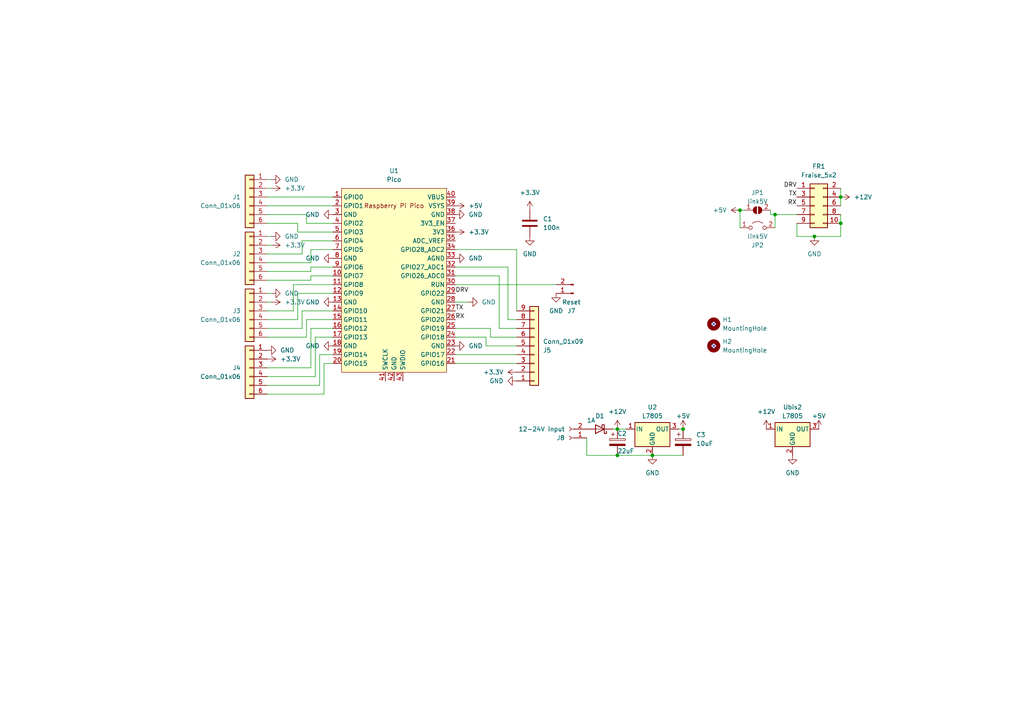
<source format=kicad_sch>
(kicad_sch (version 20230121) (generator eeschema)
  (paper "A4")
  (lib_symbols
    (symbol "Connector:Conn_01x02_Pin" (pin_names (offset 1.016) hide)
      (property "Reference" "J" (at 0 2.54 0))
      (property "Value" "Conn_01x02_Pin" (at 0 -5.08 0))
      (symbol "Conn_01x02_Pin_1_1"
        (polyline (pts (xy 1.27 -2.54) (xy 0.8636 -2.54)) (stroke (width 0.1524)))
        (polyline (pts (xy 1.27 0) (xy 0.8636 0)) (stroke (width 0.1524)))
        (rectangle (start 0.8636 -2.413) (end 0 -2.667) (stroke (width 0.1524)) (fill (type outline)))
        (rectangle (start 0.8636 0.127) (end 0 -0.127) (stroke (width 0.1524)) (fill (type outline)))
        (pin passive line (at 5.08 0 180) (length 3.81) (name "Pin_1") (number "1"))
        (pin passive line (at 5.08 -2.54 180) (length 3.81) (name "Pin_2") (number "2"))
      )
    )
    (symbol "Connector:Conn_01x02_Socket" (pin_names (offset 1.016) hide)
      (property "Reference" "J" (at 0 2.54 0))
      (property "Value" "Conn_01x02_Socket" (at 0 -5.08 0))
      (symbol "Conn_01x02_Socket_1_1"
        (arc (start 0 -2.032) (mid -0.5058 -2.54) (end 0 -3.048) (stroke (width 0.1524)))
        (polyline (pts (xy -1.27 -2.54) (xy -0.508 -2.54)) (stroke (width 0.1524)))
        (polyline (pts (xy -1.27 0) (xy -0.508 0)) (stroke (width 0.1524)))
        (arc (start 0 0.508) (mid -0.5058 0) (end 0 -0.508) (stroke (width 0.1524)))
        (pin passive line (at -5.08 0 0) (length 3.81) (name "Pin_1") (number "1"))
        (pin passive line (at -5.08 -2.54 0) (length 3.81) (name "Pin_2") (number "2"))
      )
    )
    (symbol "Connector_Generic:Conn_01x06" (pin_names (offset 1.016) hide)
      (property "Reference" "J" (at 0 7.62 0))
      (property "Value" "Conn_01x06" (at 0 -10.16 0))
      (symbol "Conn_01x06_1_1"
        (rectangle (start -1.27 -7.493) (end 0 -7.747) (stroke (width 0.1524)))
        (rectangle (start -1.27 -4.953) (end 0 -5.207) (stroke (width 0.1524)))
        (rectangle (start -1.27 -2.413) (end 0 -2.667) (stroke (width 0.1524)))
        (rectangle (start -1.27 0.127) (end 0 -0.127) (stroke (width 0.1524)))
        (rectangle (start -1.27 2.667) (end 0 2.413) (stroke (width 0.1524)))
        (rectangle (start -1.27 5.207) (end 0 4.953) (stroke (width 0.1524)))
        (rectangle (start -1.27 6.35) (end 1.27 -8.89) (stroke (width 0.254)) (fill (type background)))
        (pin passive line (at -5.08 5.08 0) (length 3.81) (name "Pin_1") (number "1"))
        (pin passive line (at -5.08 2.54 0) (length 3.81) (name "Pin_2") (number "2"))
        (pin passive line (at -5.08 0 0) (length 3.81) (name "Pin_3") (number "3"))
        (pin passive line (at -5.08 -2.54 0) (length 3.81) (name "Pin_4") (number "4"))
        (pin passive line (at -5.08 -5.08 0) (length 3.81) (name "Pin_5") (number "5"))
        (pin passive line (at -5.08 -7.62 0) (length 3.81) (name "Pin_6") (number "6"))
      )
    )
    (symbol "Connector_Generic:Conn_01x09" (pin_names (offset 1.016) hide)
      (property "Reference" "J" (at 0 12.7 0))
      (property "Value" "Conn_01x09" (at 0 -12.7 0))
      (symbol "Conn_01x09_1_1"
        (rectangle (start -1.27 -10.033) (end 0 -10.287) (stroke (width 0.1524)))
        (rectangle (start -1.27 -7.493) (end 0 -7.747) (stroke (width 0.1524)))
        (rectangle (start -1.27 -4.953) (end 0 -5.207) (stroke (width 0.1524)))
        (rectangle (start -1.27 -2.413) (end 0 -2.667) (stroke (width 0.1524)))
        (rectangle (start -1.27 0.127) (end 0 -0.127) (stroke (width 0.1524)))
        (rectangle (start -1.27 2.667) (end 0 2.413) (stroke (width 0.1524)))
        (rectangle (start -1.27 5.207) (end 0 4.953) (stroke (width 0.1524)))
        (rectangle (start -1.27 7.747) (end 0 7.493) (stroke (width 0.1524)))
        (rectangle (start -1.27 10.287) (end 0 10.033) (stroke (width 0.1524)))
        (rectangle (start -1.27 11.43) (end 1.27 -11.43) (stroke (width 0.254)) (fill (type background)))
        (pin passive line (at -5.08 10.16 0) (length 3.81) (name "Pin_1") (number "1"))
        (pin passive line (at -5.08 7.62 0) (length 3.81) (name "Pin_2") (number "2"))
        (pin passive line (at -5.08 5.08 0) (length 3.81) (name "Pin_3") (number "3"))
        (pin passive line (at -5.08 2.54 0) (length 3.81) (name "Pin_4") (number "4"))
        (pin passive line (at -5.08 0 0) (length 3.81) (name "Pin_5") (number "5"))
        (pin passive line (at -5.08 -2.54 0) (length 3.81) (name "Pin_6") (number "6"))
        (pin passive line (at -5.08 -5.08 0) (length 3.81) (name "Pin_7") (number "7"))
        (pin passive line (at -5.08 -7.62 0) (length 3.81) (name "Pin_8") (number "8"))
        (pin passive line (at -5.08 -10.16 0) (length 3.81) (name "Pin_9") (number "9"))
      )
    )
    (symbol "Connector_Generic:Conn_02x05_Odd_Even" (pin_names (offset 1.016) hide)
      (property "Reference" "J" (at 1.27 7.62 0))
      (property "Value" "Conn_02x05_Odd_Even" (at 1.27 -7.62 0))
      (symbol "Conn_02x05_Odd_Even_1_1"
        (rectangle (start -1.27 -4.953) (end 0 -5.207) (stroke (width 0.1524)))
        (rectangle (start -1.27 -2.413) (end 0 -2.667) (stroke (width 0.1524)))
        (rectangle (start -1.27 0.127) (end 0 -0.127) (stroke (width 0.1524)))
        (rectangle (start -1.27 2.667) (end 0 2.413) (stroke (width 0.1524)))
        (rectangle (start -1.27 5.207) (end 0 4.953) (stroke (width 0.1524)))
        (rectangle (start -1.27 6.35) (end 3.81 -6.35) (stroke (width 0.254)) (fill (type background)))
        (rectangle (start 3.81 -4.953) (end 2.54 -5.207) (stroke (width 0.1524)))
        (rectangle (start 3.81 -2.413) (end 2.54 -2.667) (stroke (width 0.1524)))
        (rectangle (start 3.81 0.127) (end 2.54 -0.127) (stroke (width 0.1524)))
        (rectangle (start 3.81 2.667) (end 2.54 2.413) (stroke (width 0.1524)))
        (rectangle (start 3.81 5.207) (end 2.54 4.953) (stroke (width 0.1524)))
        (pin passive line (at -5.08 5.08 0) (length 3.81) (name "Pin_1") (number "1"))
        (pin passive line (at 7.62 -5.08 180) (length 3.81) (name "Pin_10") (number "10"))
        (pin passive line (at 7.62 5.08 180) (length 3.81) (name "Pin_2") (number "2"))
        (pin passive line (at -5.08 2.54 0) (length 3.81) (name "Pin_3") (number "3"))
        (pin passive line (at 7.62 2.54 180) (length 3.81) (name "Pin_4") (number "4"))
        (pin passive line (at -5.08 0 0) (length 3.81) (name "Pin_5") (number "5"))
        (pin passive line (at 7.62 0 180) (length 3.81) (name "Pin_6") (number "6"))
        (pin passive line (at -5.08 -2.54 0) (length 3.81) (name "Pin_7") (number "7"))
        (pin passive line (at 7.62 -2.54 180) (length 3.81) (name "Pin_8") (number "8"))
        (pin passive line (at -5.08 -5.08 0) (length 3.81) (name "Pin_9") (number "9"))
      )
    )
    (symbol "Device:C" (pin_numbers hide) (pin_names (offset 0.254))
      (property "Reference" "C" (at 0.635 2.54 0))
      (property "Value" "C" (at 0.635 -2.54 0))
      (symbol "C_0_1"
        (polyline (pts (xy -2.032 -0.762) (xy 2.032 -0.762)) (stroke (width 0.508)))
        (polyline (pts (xy -2.032 0.762) (xy 2.032 0.762)) (stroke (width 0.508)))
      )
      (symbol "C_1_1"
        (pin passive line (at 0 3.81 270) (length 2.794) (name "~") (number "1"))
        (pin passive line (at 0 -3.81 90) (length 2.794) (name "~") (number "2"))
      )
    )
    (symbol "Device:C_Polarized" (pin_numbers hide) (pin_names (offset 0.254))
      (property "Reference" "C" (at 0.635 2.54 0))
      (property "Value" "C_Polarized" (at 0.635 -2.54 0))
      (symbol "C_Polarized_0_1"
        (rectangle (start -2.286 0.508) (end 2.286 1.016))
        (polyline (pts (xy -1.778 2.286) (xy -0.762 2.286)))
        (polyline (pts (xy -1.27 2.794) (xy -1.27 1.778)))
        (rectangle (start 2.286 -0.508) (end -2.286 -1.016) (fill (type outline)))
      )
      (symbol "C_Polarized_1_1"
        (pin passive line (at 0 3.81 270) (length 2.794) (name "~") (number "1"))
        (pin passive line (at 0 -3.81 90) (length 2.794) (name "~") (number "2"))
      )
    )
    (symbol "Device:D_Schottky" (pin_numbers hide) (pin_names (offset 1.016) hide)
      (property "Reference" "D" (at 0 2.54 0))
      (property "Value" "D_Schottky" (at 0 -2.54 0))
      (symbol "D_Schottky_0_1"
        (polyline (pts (xy 1.27 0) (xy -1.27 0)))
        (polyline (pts (xy 1.27 1.27) (xy 1.27 -1.27) (xy -1.27 0) (xy 1.27 1.27)) (stroke (width 0.254)))
        (polyline (pts (xy -1.905 0.635) (xy -1.905 1.27) (xy -1.27 1.27) (xy -1.27 -1.27) (xy -0.635 -1.27) (xy -0.635 -0.635)) (stroke (width 0.254)))
      )
      (symbol "D_Schottky_1_1"
        (pin passive line (at -3.81 0 0) (length 2.54) (name "K") (number "1"))
        (pin passive line (at 3.81 0 180) (length 2.54) (name "A") (number "2"))
      )
    )
    (symbol "Jumper:Jumper_2_Open" (pin_names (offset 0) hide)
      (property "Reference" "JP" (at 0 2.794 0))
      (property "Value" "Jumper_2_Open" (at 0 -2.286 0))
      (symbol "Jumper_2_Open_0_0"
        (circle (center -2.032 0) (radius 0.508))
        (circle (center 2.032 0) (radius 0.508))
      )
      (symbol "Jumper_2_Open_0_1"
        (arc (start 1.524 1.27) (mid 0 1.778) (end -1.524 1.27))
      )
      (symbol "Jumper_2_Open_1_1"
        (pin passive line (at -5.08 0 0) (length 2.54) (name "A") (number "1"))
        (pin passive line (at 5.08 0 180) (length 2.54) (name "B") (number "2"))
      )
    )
    (symbol "Jumper:SolderJumper_2_Open" (pin_names (offset 0) hide)
      (property "Reference" "JP" (at 0 2.032 0))
      (property "Value" "SolderJumper_2_Open" (at 0 -2.54 0))
      (symbol "SolderJumper_2_Open_0_1"
        (arc (start -0.254 1.016) (mid -1.2656 0) (end -0.254 -1.016))
        (arc (start -0.254 1.016) (mid -1.2656 0) (end -0.254 -1.016) (fill (type outline)))
        (polyline (pts (xy -0.254 1.016) (xy -0.254 -1.016)))
        (polyline (pts (xy 0.254 1.016) (xy 0.254 -1.016)))
        (arc (start 0.254 -1.016) (mid 1.2656 0) (end 0.254 1.016))
        (arc (start 0.254 -1.016) (mid 1.2656 0) (end 0.254 1.016) (fill (type outline)))
      )
      (symbol "SolderJumper_2_Open_1_1"
        (pin passive line (at -3.81 0 0) (length 2.54) (name "A") (number "1"))
        (pin passive line (at 3.81 0 180) (length 2.54) (name "B") (number "2"))
      )
    )
    (symbol "MCU_RaspberryPi_and_Boards:Pico"
      (property "Reference" "U" (at -13.97 27.94 0))
      (property "Value" "Pico" (at 0 19.05 0))
      (symbol "Pico_0_0"
        (text "Raspberry Pi Pico" (at 0 21.59 0) (effects (font (size 1.27 1.27))))
      )
      (symbol "Pico_0_1"
        (rectangle (start -15.24 26.67) (end 15.24 -26.67) (fill (type background)))
      )
      (symbol "Pico_1_1"
        (pin bidirectional line (at -17.78 24.13 0) (length 2.54) (name "GPIO0") (number "1"))
        (pin bidirectional line (at -17.78 1.27 0) (length 2.54) (name "GPIO7") (number "10"))
        (pin bidirectional line (at -17.78 -1.27 0) (length 2.54) (name "GPIO8") (number "11"))
        (pin bidirectional line (at -17.78 -3.81 0) (length 2.54) (name "GPIO9") (number "12"))
        (pin power_in line (at -17.78 -6.35 0) (length 2.54) (name "GND") (number "13"))
        (pin bidirectional line (at -17.78 -8.89 0) (length 2.54) (name "GPIO10") (number "14"))
        (pin bidirectional line (at -17.78 -11.43 0) (length 2.54) (name "GPIO11") (number "15"))
        (pin bidirectional line (at -17.78 -13.97 0) (length 2.54) (name "GPIO12") (number "16"))
        (pin bidirectional line (at -17.78 -16.51 0) (length 2.54) (name "GPIO13") (number "17"))
        (pin power_in line (at -17.78 -19.05 0) (length 2.54) (name "GND") (number "18"))
        (pin bidirectional line (at -17.78 -21.59 0) (length 2.54) (name "GPIO14") (number "19"))
        (pin bidirectional line (at -17.78 21.59 0) (length 2.54) (name "GPIO1") (number "2"))
        (pin bidirectional line (at -17.78 -24.13 0) (length 2.54) (name "GPIO15") (number "20"))
        (pin bidirectional line (at 17.78 -24.13 180) (length 2.54) (name "GPIO16") (number "21"))
        (pin bidirectional line (at 17.78 -21.59 180) (length 2.54) (name "GPIO17") (number "22"))
        (pin power_in line (at 17.78 -19.05 180) (length 2.54) (name "GND") (number "23"))
        (pin bidirectional line (at 17.78 -16.51 180) (length 2.54) (name "GPIO18") (number "24"))
        (pin bidirectional line (at 17.78 -13.97 180) (length 2.54) (name "GPIO19") (number "25"))
        (pin bidirectional line (at 17.78 -11.43 180) (length 2.54) (name "GPIO20") (number "26"))
        (pin bidirectional line (at 17.78 -8.89 180) (length 2.54) (name "GPIO21") (number "27"))
        (pin power_in line (at 17.78 -6.35 180) (length 2.54) (name "GND") (number "28"))
        (pin bidirectional line (at 17.78 -3.81 180) (length 2.54) (name "GPIO22") (number "29"))
        (pin power_in line (at -17.78 19.05 0) (length 2.54) (name "GND") (number "3"))
        (pin input line (at 17.78 -1.27 180) (length 2.54) (name "RUN") (number "30"))
        (pin bidirectional line (at 17.78 1.27 180) (length 2.54) (name "GPIO26_ADC0") (number "31"))
        (pin bidirectional line (at 17.78 3.81 180) (length 2.54) (name "GPIO27_ADC1") (number "32"))
        (pin power_in line (at 17.78 6.35 180) (length 2.54) (name "AGND") (number "33"))
        (pin bidirectional line (at 17.78 8.89 180) (length 2.54) (name "GPIO28_ADC2") (number "34"))
        (pin power_in line (at 17.78 11.43 180) (length 2.54) (name "ADC_VREF") (number "35"))
        (pin power_in line (at 17.78 13.97 180) (length 2.54) (name "3V3") (number "36"))
        (pin input line (at 17.78 16.51 180) (length 2.54) (name "3V3_EN") (number "37"))
        (pin bidirectional line (at 17.78 19.05 180) (length 2.54) (name "GND") (number "38"))
        (pin power_in line (at 17.78 21.59 180) (length 2.54) (name "VSYS") (number "39"))
        (pin bidirectional line (at -17.78 16.51 0) (length 2.54) (name "GPIO2") (number "4"))
        (pin power_in line (at 17.78 24.13 180) (length 2.54) (name "VBUS") (number "40"))
        (pin input line (at -2.54 -29.21 90) (length 2.54) (name "SWCLK") (number "41"))
        (pin power_in line (at 0 -29.21 90) (length 2.54) (name "GND") (number "42"))
        (pin bidirectional line (at 2.54 -29.21 90) (length 2.54) (name "SWDIO") (number "43"))
        (pin bidirectional line (at -17.78 13.97 0) (length 2.54) (name "GPIO3") (number "5"))
        (pin bidirectional line (at -17.78 11.43 0) (length 2.54) (name "GPIO4") (number "6"))
        (pin bidirectional line (at -17.78 8.89 0) (length 2.54) (name "GPIO5") (number "7"))
        (pin power_in line (at -17.78 6.35 0) (length 2.54) (name "GND") (number "8"))
        (pin bidirectional line (at -17.78 3.81 0) (length 2.54) (name "GPIO6") (number "9"))
      )
    )
    (symbol "Mechanical:MountingHole" (pin_names (offset 1.016))
      (property "Reference" "H" (at 0 5.08 0))
      (property "Value" "MountingHole" (at 0 3.175 0))
      (symbol "MountingHole_0_1"
        (circle (center 0 0) (radius 1.27) (stroke (width 1.27)))
      )
    )
    (symbol "Regulator_Linear:L7805" (pin_names (offset 0.254))
      (property "Reference" "U" (at -3.81 3.175 0))
      (property "Value" "L7805" (at 0 3.175 0))
      (symbol "L7805_0_1"
        (rectangle (start -5.08 1.905) (end 5.08 -5.08) (stroke (width 0.254)) (fill (type background)))
      )
      (symbol "L7805_1_1"
        (pin power_in line (at -7.62 0 0) (length 2.54) (name "IN") (number "1"))
        (pin power_in line (at 0 -7.62 90) (length 2.54) (name "GND") (number "2"))
        (pin power_out line (at 7.62 0 180) (length 2.54) (name "OUT") (number "3"))
      )
    )
    (symbol "power:+12V" (power) (pin_names (offset 0))
      (property "Value" "+12V" (at 0 3.556 0))
      (symbol "+12V_0_1"
        (polyline (pts (xy -0.762 1.27) (xy 0 2.54)))
        (polyline (pts (xy 0 0) (xy 0 2.54)))
        (polyline (pts (xy 0 2.54) (xy 0.762 1.27)))
      )
      (symbol "+12V_1_1"
        (pin power_in line (at 0 0 90) (length 0) hide (name "+12V") (number "1"))
      )
    )
    (symbol "power:+3.3V" (power) (pin_names (offset 0))
      (property "Value" "+3.3V" (at 0 3.556 0))
      (symbol "+3.3V_0_1"
        (polyline (pts (xy -0.762 1.27) (xy 0 2.54)))
        (polyline (pts (xy 0 0) (xy 0 2.54)))
        (polyline (pts (xy 0 2.54) (xy 0.762 1.27)))
      )
      (symbol "+3.3V_1_1"
        (pin power_in line (at 0 0 90) (length 0) hide (name "+3.3V") (number "1"))
      )
    )
    (symbol "power:+5V" (power) (pin_names (offset 0))
      (property "Value" "+5V" (at 0 3.556 0))
      (symbol "+5V_0_1"
        (polyline (pts (xy -0.762 1.27) (xy 0 2.54)))
        (polyline (pts (xy 0 0) (xy 0 2.54)))
        (polyline (pts (xy 0 2.54) (xy 0.762 1.27)))
      )
      (symbol "+5V_1_1"
        (pin power_in line (at 0 0 90) (length 0) hide (name "+5V") (number "1"))
      )
    )
    (symbol "power:GND" (power) (pin_names (offset 0))
      (property "Value" "GND" (at 0 -3.81 0))
      (symbol "GND_0_1"
        (polyline (pts (xy 0 0) (xy 0 -1.27) (xy 1.27 -1.27) (xy 0 -2.54) (xy -1.27 -1.27) (xy 0 -1.27)))
      )
      (symbol "GND_1_1"
        (pin power_in line (at 0 0 270) (length 0) hide (name "GND") (number "1"))
      )
    )
  )
  (junction (at 224.79 62.23))
  (junction (at 236.22 68.58))
  (junction (at 179.07 132.08))
  (junction (at 179.07 124.46))
  (junction (at 243.84 64.77))
  (junction (at 198.12 124.46))
  (junction (at 214.63 60.96))
  (junction (at 189.23 132.08))
  (junction (at 243.84 57.15))
  (no_connect (at 207.01 100.33))
  (no_connect (at 207.01 93.98))
  (wire (pts (xy 96.52 69.85) (xy 87.63 69.85)))
  (wire (pts (xy 77.47 57.15) (xy 96.52 57.15)))
  (wire (pts (xy 87.63 90.17) (xy 87.63 95.25)))
  (wire (pts (xy 77.47 52.07) (xy 78.74 52.07)))
  (wire (pts (xy 215.9 60.96) (xy 214.63 60.96)))
  (wire (pts (xy 90.17 78.74) (xy 77.47 78.74)))
  (wire (pts (xy 140.97 100.33) (xy 149.86 100.33)))
  (wire (pts (xy 231.14 64.77) (xy 231.14 68.58)))
  (wire (pts (xy 90.17 95.25) (xy 90.17 106.68)))
  (wire (pts (xy 179.07 132.08) (xy 189.23 132.08)))
  (wire (pts (xy 92.71 111.76) (xy 77.47 111.76)))
  (wire (pts (xy 96.52 105.41) (xy 93.98 105.41)))
  (wire (pts (xy 140.97 97.79) (xy 140.97 100.33)))
  (wire (pts (xy 88.9 92.71) (xy 96.52 92.71)))
  (wire (pts (xy 96.52 97.79) (xy 91.44 97.79)))
  (wire (pts (xy 90.17 72.39) (xy 96.52 72.39)))
  (wire (pts (xy 223.52 62.23) (xy 224.79 62.23)))
  (wire (pts (xy 96.52 82.55) (xy 85.09 82.55)))
  (wire (pts (xy 224.79 66.04) (xy 224.79 62.23)))
  (wire (pts (xy 77.47 54.61) (xy 78.74 54.61)))
  (wire (pts (xy 132.08 102.87) (xy 149.86 102.87)))
  (wire (pts (xy 87.63 95.25) (xy 77.47 95.25)))
  (wire (pts (xy 91.44 97.79) (xy 91.44 109.22)))
  (wire (pts (xy 132.08 105.41) (xy 149.86 105.41)))
  (wire (pts (xy 142.24 97.79) (xy 149.86 97.79)))
  (wire (pts (xy 179.07 124.46) (xy 181.61 124.46)))
  (wire (pts (xy 132.08 97.79) (xy 140.97 97.79)))
  (wire (pts (xy 243.84 68.58) (xy 243.84 64.77)))
  (wire (pts (xy 93.98 105.41) (xy 93.98 114.3)))
  (wire (pts (xy 144.78 95.25) (xy 149.86 95.25)))
  (wire (pts (xy 177.8 124.46) (xy 179.07 124.46)))
  (wire (pts (xy 231.14 68.58) (xy 236.22 68.58)))
  (wire (pts (xy 170.18 132.08) (xy 179.07 132.08)))
  (wire (pts (xy 90.17 76.2) (xy 90.17 72.39)))
  (wire (pts (xy 92.71 102.87) (xy 92.71 111.76)))
  (wire (pts (xy 93.98 114.3) (xy 77.47 114.3)))
  (wire (pts (xy 142.24 95.25) (xy 142.24 97.79)))
  (wire (pts (xy 86.36 92.71) (xy 77.47 92.71)))
  (wire (pts (xy 91.44 109.22) (xy 77.47 109.22)))
  (wire (pts (xy 90.17 81.28) (xy 77.47 81.28)))
  (wire (pts (xy 90.17 80.01) (xy 90.17 81.28)))
  (wire (pts (xy 243.84 54.61) (xy 243.84 57.15)))
  (wire (pts (xy 77.47 71.12) (xy 78.74 71.12)))
  (wire (pts (xy 243.84 57.15) (xy 243.84 59.69)))
  (wire (pts (xy 132.08 72.39) (xy 149.86 72.39)))
  (wire (pts (xy 149.86 72.39) (xy 149.86 90.17)))
  (wire (pts (xy 88.9 97.79) (xy 88.9 92.71)))
  (wire (pts (xy 88.9 62.23) (xy 88.9 64.77)))
  (wire (pts (xy 144.78 80.01) (xy 144.78 95.25)))
  (wire (pts (xy 96.52 80.01) (xy 90.17 80.01)))
  (wire (pts (xy 132.08 80.01) (xy 144.78 80.01)))
  (wire (pts (xy 77.47 62.23) (xy 88.9 62.23)))
  (wire (pts (xy 196.85 124.46) (xy 198.12 124.46)))
  (wire (pts (xy 77.47 97.79) (xy 88.9 97.79)))
  (wire (pts (xy 77.47 68.58) (xy 78.74 68.58)))
  (wire (pts (xy 77.47 85.09) (xy 78.74 85.09)))
  (wire (pts (xy 86.36 67.31) (xy 86.36 64.77)))
  (wire (pts (xy 243.84 62.23) (xy 243.84 64.77)))
  (wire (pts (xy 96.52 90.17) (xy 87.63 90.17)))
  (wire (pts (xy 86.36 64.77) (xy 77.47 64.77)))
  (wire (pts (xy 77.47 87.63) (xy 78.74 87.63)))
  (wire (pts (xy 147.32 92.71) (xy 147.32 77.47)))
  (wire (pts (xy 77.47 76.2) (xy 90.17 76.2)))
  (wire (pts (xy 214.63 60.96) (xy 214.63 66.04)))
  (wire (pts (xy 86.36 85.09) (xy 86.36 92.71)))
  (wire (pts (xy 189.23 132.08) (xy 198.12 132.08)))
  (wire (pts (xy 96.52 77.47) (xy 90.17 77.47)))
  (wire (pts (xy 87.63 73.66) (xy 77.47 73.66)))
  (wire (pts (xy 77.47 59.69) (xy 96.52 59.69)))
  (wire (pts (xy 90.17 106.68) (xy 77.47 106.68)))
  (wire (pts (xy 87.63 69.85) (xy 87.63 73.66)))
  (wire (pts (xy 132.08 95.25) (xy 142.24 95.25)))
  (wire (pts (xy 223.52 62.23) (xy 223.52 60.96)))
  (wire (pts (xy 96.52 85.09) (xy 86.36 85.09)))
  (wire (pts (xy 147.32 77.47) (xy 132.08 77.47)))
  (wire (pts (xy 224.79 62.23) (xy 231.14 62.23)))
  (wire (pts (xy 96.52 95.25) (xy 90.17 95.25)))
  (wire (pts (xy 90.17 77.47) (xy 90.17 78.74)))
  (wire (pts (xy 88.9 64.77) (xy 96.52 64.77)))
  (wire (pts (xy 85.09 90.17) (xy 77.47 90.17)))
  (wire (pts (xy 96.52 67.31) (xy 86.36 67.31)))
  (wire (pts (xy 135.89 87.63) (xy 132.08 87.63)))
  (wire (pts (xy 96.52 102.87) (xy 92.71 102.87)))
  (wire (pts (xy 149.86 92.71) (xy 147.32 92.71)))
  (wire (pts (xy 236.22 68.58) (xy 243.84 68.58)))
  (wire (pts (xy 170.18 127) (xy 170.18 132.08)))
  (wire (pts (xy 85.09 82.55) (xy 85.09 90.17)))
  (wire (pts (xy 132.08 82.55) (xy 161.29 82.55)))
  (label "RX" (at 231.14 59.69 180))
  (label "RX" (at 132.08 92.71 0))
  (label "TX" (at 231.14 57.15 180))
  (label "TX" (at 132.08 90.17 0))
  (label "DRV" (at 231.14 54.61 180))
  (label "DRV" (at 132.08 85.09 0))
  (symbol (lib_id "Device:C_Polarized") (at 179.07 128.27 0) (unit 1)
    (property "Reference" "C2" (at 179.07 125.73 0) (effects (justify left)))
    (property "Value" "22uF" (at 179.07 130.81 0) (effects (justify left)))
    (property "Footprint" "Capacitor_THT:CP_Radial_D5.0mm_P2.50mm" (effects hide))
  )
  (symbol (lib_id "power:+5V") (at 214.63 60.96 90) (unit 1)
    (property "Reference" "#PWR029" (effects hide))
    (property "Value" "+5V" (at 210.82 60.96 90) (effects (justify left)))
  )
  (symbol (lib_id "power:+12V") (at 179.07 124.46 0) (unit 1)
    (property "Reference" "#PWR025" (effects hide))
    (property "Value" "+12V" (at 179.07 119.38 0))
  )
  (symbol (lib_id "power:GND") (at 161.29 85.09 0) (unit 1)
    (property "Reference" "#PWR023" (effects hide))
    (property "Value" "GND" (at 161.29 90.17 0))
  )
  (symbol (lib_id "Connector_Generic:Conn_01x06") (at 72.39 57.15 0) (mirror y) (unit 1)
    (property "Reference" "J1" (at 69.85 57.15 0) (effects (justify left)))
    (property "Value" "Conn_01x06" (at 69.85 59.69 0) (effects (justify left)))
    (property "Footprint" "Connector_Molex:Molex_KK-254_AE-6410-06A_1x06_P2.54mm_Vertical" (effects hide))
  )
  (symbol (lib_id "power:GND") (at 229.87 132.08 0) (unit 1)
    (property "Reference" "#PWR031" (effects hide))
    (property "Value" "GND" (at 229.87 137.16 0))
  )
  (symbol (lib_id "power:+5V") (at 132.08 59.69 270) (unit 1)
    (property "Reference" "#PWR016" (effects hide))
    (property "Value" "+5V" (at 135.89 59.69 90) (effects (justify left)))
  )
  (symbol (lib_id "Connector_Generic:Conn_01x06") (at 72.39 106.68 0) (mirror y) (unit 1)
    (property "Reference" "J4" (at 69.85 106.68 0) (effects (justify left)))
    (property "Value" "Conn_01x06" (at 69.85 109.22 0) (effects (justify left)))
    (property "Footprint" "Connector_Molex:Molex_KK-254_AE-6410-06A_1x06_P2.54mm_Vertical" (effects hide))
  )
  (symbol (lib_id "Connector:Conn_01x02_Socket") (at 165.1 127 180) (unit 1)
    (property "Reference" "J8" (at 163.83 127 0) (effects (justify left)))
    (property "Value" "12-24V input" (at 163.83 124.46 0) (effects (justify left)))
    (property "Footprint" "TerminalBlock:TerminalBlock_bornier-2_P5.08mm" (effects hide))
  )
  (symbol (lib_id "power:GND") (at 132.08 100.33 90) (unit 1)
    (property "Reference" "#PWR014" (effects hide))
    (property "Value" "GND" (at 135.89 100.33 90) (effects (justify right)))
  )
  (symbol (lib_id "power:GND") (at 189.23 132.08 0) (unit 1)
    (property "Reference" "#PWR024" (effects hide))
    (property "Value" "GND" (at 189.23 137.16 0))
  )
  (symbol (lib_id "Regulator_Linear:L7805") (at 229.87 124.46 0) (unit 1)
    (property "Reference" "Ubis2" (at 229.87 118.11 0))
    (property "Value" "L7805" (at 229.87 120.65 0))
    (property "Footprint" "Package_TO_SOT_SMD:TO-252-3_TabPin2" (effects hide))
    (property "Datasheet" "http://www.st.com/content/ccc/resource/technical/document/datasheet/41/4f/b3/b0/12/d4/47/88/CD00000444.pdf/files/CD00000444.pdf/jcr:content/translations/en.CD00000444.pdf" (effects hide))
  )
  (symbol (lib_id "power:+5V") (at 198.12 124.46 0) (unit 1)
    (property "Reference" "#PWR026" (effects hide))
    (property "Value" "+5V" (at 198.12 120.65 0))
  )
  (symbol (lib_id "power:+3.3V") (at 78.74 87.63 270) (unit 1)
    (property "Reference" "#PWR06" (effects hide))
    (property "Value" "+3.3V" (at 82.55 87.63 90) (effects (justify left)))
  )
  (symbol (lib_id "power:+3.3V") (at 149.86 107.95 90) (unit 1)
    (property "Reference" "#PWR020" (effects hide))
    (property "Value" "+3.3V" (at 146.05 107.95 90) (effects (justify left)))
  )
  (symbol (lib_id "power:GND") (at 132.08 74.93 90) (unit 1)
    (property "Reference" "#PWR012" (effects hide))
    (property "Value" "GND" (at 135.89 74.93 90) (effects (justify right)))
  )
  (symbol (lib_id "Mechanical:MountingHole") (at 207.01 100.33 0) (unit 1)
    (property "Reference" "H2" (at 209.55 99.06 0) (effects (justify left)))
    (property "Value" "MountingHole" (at 209.55 101.6 0) (effects (justify left)))
    (property "Footprint" "MountingHole:MountingHole_3.2mm_M3_Pad_TopOnly" (effects hide))
  )
  (symbol (lib_id "power:GND") (at 135.89 87.63 90) (unit 1)
    (property "Reference" "#PWR013" (effects hide))
    (property "Value" "GND" (at 139.7 87.63 90) (effects (justify right)))
  )
  (symbol (lib_id "power:GND") (at 78.74 85.09 90) (unit 1)
    (property "Reference" "#PWR05" (effects hide))
    (property "Value" "GND" (at 82.55 85.09 90) (effects (justify right)))
  )
  (symbol (lib_id "power:+3.3V") (at 78.74 71.12 270) (unit 1)
    (property "Reference" "#PWR04" (effects hide))
    (property "Value" "+3.3V" (at 82.55 71.12 90) (effects (justify left)))
  )
  (symbol (lib_id "power:GND") (at 78.74 52.07 90) (unit 1)
    (property "Reference" "#PWR01" (effects hide))
    (property "Value" "GND" (at 82.55 52.07 90) (effects (justify right)))
  )
  (symbol (lib_id "MCU_RaspberryPi_and_Boards:Pico") (at 114.3 81.28 0) (unit 1)
    (property "Reference" "U1" (at 114.3 49.53 0))
    (property "Value" "Pico" (at 114.3 52.07 0))
    (property "Footprint" "MCU_RaspberryPi_and_Boards:RPi_Pico_SMD_TH" (effects hide))
  )
  (symbol (lib_id "Device:C") (at 153.67 64.77 0) (unit 1)
    (property "Reference" "C1" (at 157.48 63.5 0) (effects (justify left)))
    (property "Value" "100n" (at 157.48 66.04 0) (effects (justify left)))
    (property "Footprint" "Capacitor_THT:C_Rect_L4.0mm_W2.5mm_P2.50mm" (effects hide))
  )
  (symbol (lib_id "Jumper:SolderJumper_2_Open") (at 219.71 60.96 0) (unit 1)
    (property "Reference" "JP1" (at 219.71 55.88 0))
    (property "Value" "link5V" (at 219.71 58.42 0))
    (property "Footprint" "Jumper:SolderJumper-2_P1.3mm_Open_RoundedPad1.0x1.5mm" (effects hide))
  )
  (symbol (lib_id "Connector_Generic:Conn_01x06") (at 72.39 73.66 0) (mirror y) (unit 1)
    (property "Reference" "J2" (at 69.85 73.66 0) (effects (justify left)))
    (property "Value" "Conn_01x06" (at 69.85 76.2 0) (effects (justify left)))
    (property "Footprint" "Connector_Molex:Molex_KK-254_AE-6410-06A_1x06_P2.54mm_Vertical" (effects hide))
  )
  (symbol (lib_id "power:GND") (at 96.52 100.33 270) (unit 1)
    (property "Reference" "#PWR010" (effects hide))
    (property "Value" "GND" (at 92.71 100.33 90) (effects (justify right)))
  )
  (symbol (lib_id "power:GND") (at 77.47 101.6 90) (unit 1)
    (property "Reference" "#PWR017" (effects hide))
    (property "Value" "GND" (at 81.28 101.6 90) (effects (justify right)))
  )
  (symbol (lib_id "power:+5V") (at 237.49 124.46 0) (unit 1)
    (property "Reference" "#PWR032" (effects hide))
    (property "Value" "+5V" (at 237.49 120.65 0))
  )
  (symbol (lib_id "Connector_Generic:Conn_02x05_Odd_Even") (at 236.22 59.69 0) (unit 1)
    (property "Reference" "FR1" (at 237.49 48.26 0))
    (property "Value" "Fraise_5x2" (at 237.49 50.8 0))
    (property "Footprint" "Connector_IDC:IDC-Header_2x05_P2.54mm_Vertical" (effects hide))
  )
  (symbol (lib_id "Regulator_Linear:L7805") (at 189.23 124.46 0) (unit 1)
    (property "Reference" "U2" (at 189.23 118.11 0))
    (property "Value" "L7805" (at 189.23 120.65 0))
    (property "Footprint" "Package_TO_SOT_THT:TO-220-3_Vertical" (effects hide))
    (property "Datasheet" "http://www.st.com/content/ccc/resource/technical/document/datasheet/41/4f/b3/b0/12/d4/47/88/CD00000444.pdf/files/CD00000444.pdf/jcr:content/translations/en.CD00000444.pdf" (effects hide))
  )
  (symbol (lib_id "power:GND") (at 149.86 110.49 270) (unit 1)
    (property "Reference" "#PWR019" (effects hide))
    (property "Value" "GND" (at 146.05 110.49 90) (effects (justify right)))
  )
  (symbol (lib_id "Mechanical:MountingHole") (at 207.01 93.98 0) (unit 1)
    (property "Reference" "H1" (at 209.55 92.71 0) (effects (justify left)))
    (property "Value" "MountingHole" (at 209.55 95.25 0) (effects (justify left)))
    (property "Footprint" "MountingHole:MountingHole_3.2mm_M3_Pad_TopOnly" (effects hide))
  )
  (symbol (lib_id "Device:C_Polarized") (at 198.12 128.27 0) (unit 1)
    (property "Reference" "C3" (at 201.93 126.111 0) (effects (justify left)))
    (property "Value" "10uF" (at 201.93 128.651 0) (effects (justify left)))
    (property "Footprint" "Capacitor_THT:CP_Radial_D5.0mm_P2.50mm" (effects hide))
  )
  (symbol (lib_id "power:GND") (at 96.52 74.93 270) (unit 1)
    (property "Reference" "#PWR08" (effects hide))
    (property "Value" "GND" (at 92.71 74.93 90) (effects (justify right)))
  )
  (symbol (lib_id "power:GND") (at 132.08 62.23 90) (unit 1)
    (property "Reference" "#PWR011" (effects hide))
    (property "Value" "GND" (at 135.89 62.23 90) (effects (justify right)))
  )
  (symbol (lib_id "power:+3.3V") (at 78.74 54.61 270) (unit 1)
    (property "Reference" "#PWR02" (effects hide))
    (property "Value" "+3.3V" (at 82.55 54.61 90) (effects (justify left)))
  )
  (symbol (lib_id "Connector_Generic:Conn_01x09") (at 154.94 100.33 0) (mirror x) (unit 1)
    (property "Reference" "J5" (at 157.48 101.6 0) (effects (justify left)))
    (property "Value" "Conn_01x09" (at 157.48 99.06 0) (effects (justify left)))
    (property "Footprint" "Connector_Molex:Molex_KK-254_AE-6410-09A_1x09_P2.54mm_Vertical" (effects hide))
  )
  (symbol (lib_id "power:GND") (at 153.67 68.58 0) (unit 1)
    (property "Reference" "#PWR022" (effects hide))
    (property "Value" "GND" (at 153.67 73.66 0))
  )
  (symbol (lib_id "power:GND") (at 236.22 68.58 0) (unit 1)
    (property "Reference" "#PWR028" (effects hide))
    (property "Value" "GND" (at 236.22 73.66 0))
  )
  (symbol (lib_id "power:+3.3V") (at 153.67 60.96 0) (unit 1)
    (property "Reference" "#PWR021" (effects hide))
    (property "Value" "+3.3V" (at 153.67 55.88 0))
  )
  (symbol (lib_id "Connector_Generic:Conn_01x06") (at 72.39 90.17 0) (mirror y) (unit 1)
    (property "Reference" "J3" (at 69.85 90.17 0) (effects (justify left)))
    (property "Value" "Conn_01x06" (at 69.85 92.71 0) (effects (justify left)))
    (property "Footprint" "Connector_Molex:Molex_KK-254_AE-6410-06A_1x06_P2.54mm_Vertical" (effects hide))
  )
  (symbol (lib_id "Device:D_Schottky") (at 173.99 124.46 180) (unit 1)
    (property "Reference" "D1" (at 173.99 120.65 0))
    (property "Value" "1A" (at 171.45 121.92 0))
    (property "Footprint" "Diode_SMD:D_SMA" (effects hide))
  )
  (symbol (lib_id "power:+12V") (at 222.25 124.46 0) (unit 1)
    (property "Reference" "#PWR030" (effects hide))
    (property "Value" "+12V" (at 222.25 119.38 0))
  )
  (symbol (lib_id "power:GND") (at 78.74 68.58 90) (unit 1)
    (property "Reference" "#PWR03" (effects hide))
    (property "Value" "GND" (at 82.55 68.58 90) (effects (justify right)))
  )
  (symbol (lib_id "power:GND") (at 96.52 87.63 270) (unit 1)
    (property "Reference" "#PWR09" (effects hide))
    (property "Value" "GND" (at 92.71 87.63 90) (effects (justify right)))
  )
  (symbol (lib_id "power:GND") (at 96.52 62.23 270) (unit 1)
    (property "Reference" "#PWR07" (effects hide))
    (property "Value" "GND" (at 92.71 62.23 90) (effects (justify right)))
  )
  (symbol (lib_id "power:+3.3V") (at 132.08 67.31 270) (unit 1)
    (property "Reference" "#PWR015" (effects hide))
    (property "Value" "+3.3V" (at 135.89 67.31 90) (effects (justify left)))
  )
  (symbol (lib_id "power:+3.3V") (at 77.47 104.14 270) (unit 1)
    (property "Reference" "#PWR018" (effects hide))
    (property "Value" "+3.3V" (at 81.28 104.14 90) (effects (justify left)))
  )
  (symbol (lib_id "Connector:Conn_01x02_Pin") (at 166.37 85.09 180) (unit 1)
    (property "Reference" "J7" (at 165.735 90.17 0))
    (property "Value" "Reset" (at 165.735 87.63 0))
    (property "Footprint" "Connector_PinHeader_2.54mm:PinHeader_1x02_P2.54mm_Vertical" (effects hide))
  )
  (symbol (lib_id "power:+12V") (at 243.84 57.15 270) (unit 1)
    (property "Reference" "#PWR027" (effects hide))
    (property "Value" "+12V" (at 247.65 57.15 90) (effects (justify left)))
  )
  (symbol (lib_id "Jumper:Jumper_2_Open") (at 219.71 66.04 0) (unit 1)
    (property "Reference" "JP2" (at 219.71 71.12 0))
    (property "Value" "link5V" (at 219.71 68.58 0))
    (property "Footprint" "TestPoint:TestPoint_2Pads_Pitch2.54mm_Drill0.8mm" (effects hide))
  )
)
</source>
